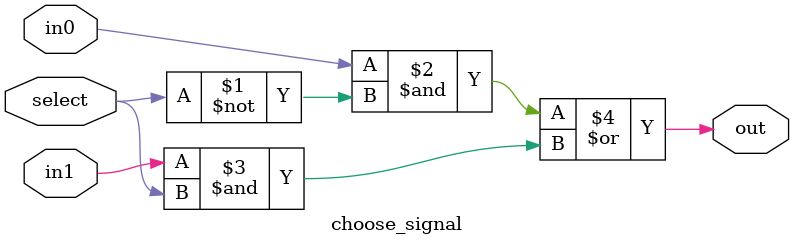
<source format=v>
module choose_signal(select, in0, in1, out);
	parameter n_bits = 1;
	input		select;
	input		[n_bits-1:0]in0, in1;
	output	[n_bits-1:0]out;
	
	assign out = (in0&~select)|(in1&select);
	
endmodule
</source>
